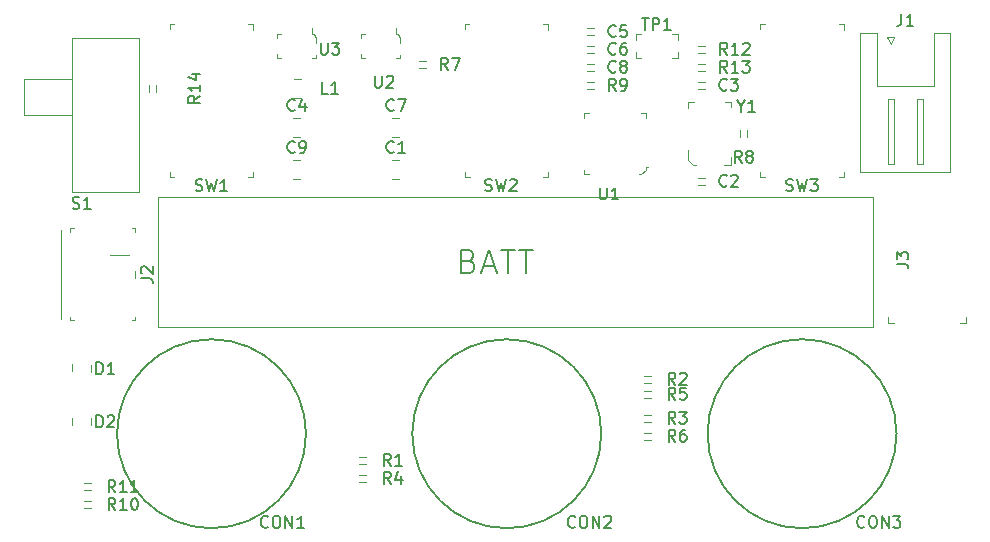
<source format=gbr>
%TF.GenerationSoftware,KiCad,Pcbnew,(5.1.9-0-10_14)*%
%TF.CreationDate,2021-02-15T23:58:24+01:00*%
%TF.ProjectId,ledTruck,6c656454-7275-4636-9b2e-6b696361645f,rev?*%
%TF.SameCoordinates,Original*%
%TF.FileFunction,Legend,Top*%
%TF.FilePolarity,Positive*%
%FSLAX46Y46*%
G04 Gerber Fmt 4.6, Leading zero omitted, Abs format (unit mm)*
G04 Created by KiCad (PCBNEW (5.1.9-0-10_14)) date 2021-02-15 23:58:24*
%MOMM*%
%LPD*%
G01*
G04 APERTURE LIST*
%ADD10C,0.150000*%
%ADD11C,0.120000*%
%ADD12C,0.100000*%
G04 APERTURE END LIST*
D10*
X141795904Y-94869142D02*
X142081619Y-94964380D01*
X142176857Y-95059619D01*
X142272095Y-95250095D01*
X142272095Y-95535809D01*
X142176857Y-95726285D01*
X142081619Y-95821523D01*
X141891142Y-95916761D01*
X141129238Y-95916761D01*
X141129238Y-93916761D01*
X141795904Y-93916761D01*
X141986380Y-94012000D01*
X142081619Y-94107238D01*
X142176857Y-94297714D01*
X142176857Y-94488190D01*
X142081619Y-94678666D01*
X141986380Y-94773904D01*
X141795904Y-94869142D01*
X141129238Y-94869142D01*
X143034000Y-95345333D02*
X143986380Y-95345333D01*
X142843523Y-95916761D02*
X143510190Y-93916761D01*
X144176857Y-95916761D01*
X144557809Y-93916761D02*
X145700666Y-93916761D01*
X145129238Y-95916761D02*
X145129238Y-93916761D01*
X146081619Y-93916761D02*
X147224476Y-93916761D01*
X146653047Y-95916761D02*
X146653047Y-93916761D01*
D11*
X176034000Y-89512000D02*
X115534000Y-89512000D01*
X176034000Y-100512000D02*
X176034000Y-89512000D01*
X115534000Y-100512000D02*
X176034000Y-100512000D01*
X115534000Y-89512000D02*
X115534000Y-100512000D01*
%TO.C,J2*%
X107324000Y-99762000D02*
X107324000Y-92262000D01*
D12*
X113574000Y-99912000D02*
X113274000Y-99912000D01*
X113574000Y-99912000D02*
X113574000Y-99612000D01*
X113574000Y-92112000D02*
X113274000Y-92112000D01*
X113574000Y-92112000D02*
X113574000Y-92412000D01*
X108074000Y-92112000D02*
X108074000Y-92412000D01*
X108074000Y-92112000D02*
X108374000Y-92112000D01*
X108074000Y-99912000D02*
X108074000Y-99612000D01*
X108074000Y-99912000D02*
X108374000Y-99912000D01*
X113574000Y-96012000D02*
X113574000Y-95712000D01*
X113574000Y-96012000D02*
X113574000Y-96312000D01*
X113074000Y-94412000D02*
X111474000Y-94412000D01*
D11*
%TO.C,C9*%
X126954000Y-86322000D02*
X127554000Y-86322000D01*
X126934000Y-87922000D02*
X127534000Y-87922000D01*
%TO.C,C7*%
X135336000Y-82766000D02*
X135936000Y-82766000D01*
X135316000Y-84366000D02*
X135916000Y-84366000D01*
%TO.C,C4*%
X126954000Y-82766000D02*
X127554000Y-82766000D01*
X126934000Y-84366000D02*
X127534000Y-84366000D01*
%TO.C,C1*%
X135336000Y-86322000D02*
X135936000Y-86322000D01*
X135316000Y-87922000D02*
X135916000Y-87922000D01*
D12*
%TO.C,Y1*%
X160397000Y-81394000D02*
X160872000Y-81394000D01*
X160397000Y-81944000D02*
X160397000Y-81394000D01*
X163997000Y-81394000D02*
X163997000Y-81869000D01*
X163472000Y-81394000D02*
X163997000Y-81394000D01*
X163997000Y-86769000D02*
X163447000Y-86769000D01*
X163997000Y-86044000D02*
X163997000Y-86769000D01*
X160397000Y-86369000D02*
X160397000Y-85494000D01*
X160797000Y-86794000D02*
X160397000Y-86369000D01*
X161022000Y-86794000D02*
X160797000Y-86794000D01*
%TO.C,U2*%
X136016000Y-76033000D02*
X136016000Y-76408000D01*
X135691000Y-75708000D02*
X135691000Y-75183000D01*
X135791000Y-75708000D02*
X135691000Y-75708000D01*
X136016000Y-76033000D02*
X135791000Y-75708000D01*
X132716000Y-77708000D02*
X132716000Y-77383000D01*
X133016000Y-77708000D02*
X132716000Y-77708000D01*
X132716000Y-75708000D02*
X132716000Y-76008000D01*
X133041000Y-75708000D02*
X132716000Y-75708000D01*
X136016000Y-77708000D02*
X136016000Y-77408000D01*
X135691000Y-77708000D02*
X136016000Y-77708000D01*
%TO.C,TP1*%
X159534000Y-75708000D02*
X159034000Y-75708000D01*
X159534000Y-75708000D02*
X159534000Y-76208000D01*
X159534000Y-77708000D02*
X159534000Y-77208000D01*
X159534000Y-77708000D02*
X159034000Y-77708000D01*
X155934000Y-77708000D02*
X156434000Y-77708000D01*
X155934000Y-77708000D02*
X155934000Y-77208000D01*
X155934000Y-75708000D02*
X155934000Y-76208000D01*
X155934000Y-75708000D02*
X156434000Y-75708000D01*
%TO.C,SW3*%
X166509000Y-74862000D02*
X166859000Y-74862000D01*
X166509000Y-75237000D02*
X166509000Y-74862000D01*
X166509000Y-87762000D02*
X166509000Y-87362000D01*
X166509000Y-87762000D02*
X166884000Y-87762000D01*
X173559000Y-87762000D02*
X173134000Y-87762000D01*
X173559000Y-87762000D02*
X173559000Y-87312000D01*
X173559000Y-74887000D02*
X173559000Y-75337000D01*
X173559000Y-74862000D02*
X173134000Y-74862000D01*
%TO.C,SW2*%
X141509000Y-74862000D02*
X141859000Y-74862000D01*
X141509000Y-75237000D02*
X141509000Y-74862000D01*
X141509000Y-87762000D02*
X141509000Y-87362000D01*
X141509000Y-87762000D02*
X141884000Y-87762000D01*
X148559000Y-87762000D02*
X148134000Y-87762000D01*
X148559000Y-87762000D02*
X148559000Y-87312000D01*
X148559000Y-74887000D02*
X148559000Y-75337000D01*
X148559000Y-74862000D02*
X148134000Y-74862000D01*
%TO.C,SW1*%
X116509000Y-74862000D02*
X116859000Y-74862000D01*
X116509000Y-75237000D02*
X116509000Y-74862000D01*
X116509000Y-87762000D02*
X116509000Y-87362000D01*
X116509000Y-87762000D02*
X116884000Y-87762000D01*
X123559000Y-87762000D02*
X123134000Y-87762000D01*
X123559000Y-87762000D02*
X123559000Y-87312000D01*
X123559000Y-74887000D02*
X123559000Y-75337000D01*
X123559000Y-74862000D02*
X123134000Y-74862000D01*
D11*
%TO.C,R13*%
X161244000Y-78186000D02*
X161844000Y-78186000D01*
X161244000Y-78786000D02*
X161844000Y-78786000D01*
%TO.C,R12*%
X161244000Y-76662000D02*
X161844000Y-76662000D01*
X161244000Y-77262000D02*
X161844000Y-77262000D01*
%TO.C,R11*%
X109234000Y-113712000D02*
X109834000Y-113712000D01*
X109234000Y-114312000D02*
X109834000Y-114312000D01*
%TO.C,R10*%
X109234000Y-115212000D02*
X109834000Y-115212000D01*
X109234000Y-115812000D02*
X109834000Y-115812000D01*
%TO.C,R9*%
X151846000Y-79710000D02*
X152446000Y-79710000D01*
X151846000Y-80310000D02*
X152446000Y-80310000D01*
%TO.C,R8*%
X164800000Y-84374000D02*
X164800000Y-83774000D01*
X165400000Y-84374000D02*
X165400000Y-83774000D01*
%TO.C,R7*%
X137622000Y-77932000D02*
X138222000Y-77932000D01*
X137622000Y-78532000D02*
X138222000Y-78532000D01*
%TO.C,R6*%
X157272000Y-110028000D02*
X156672000Y-110028000D01*
X157272000Y-109428000D02*
X156672000Y-109428000D01*
%TO.C,R5*%
X156672000Y-105872000D02*
X157272000Y-105872000D01*
X156672000Y-106472000D02*
X157272000Y-106472000D01*
%TO.C,R4*%
X132542000Y-112984000D02*
X133142000Y-112984000D01*
X132542000Y-113584000D02*
X133142000Y-113584000D01*
%TO.C,R3*%
X157272000Y-108504000D02*
X156672000Y-108504000D01*
X157272000Y-107904000D02*
X156672000Y-107904000D01*
%TO.C,R2*%
X157272000Y-105202000D02*
X156672000Y-105202000D01*
X157272000Y-104602000D02*
X156672000Y-104602000D01*
%TO.C,R1*%
X132528000Y-111460000D02*
X133128000Y-111460000D01*
X132528000Y-112060000D02*
X133128000Y-112060000D01*
%TO.C,L1*%
X127588000Y-81064000D02*
X126988000Y-81064000D01*
X127608000Y-79464000D02*
X127008000Y-79464000D01*
D12*
%TO.C,J3*%
X183894000Y-100106000D02*
X183894000Y-99606000D01*
X183894000Y-100106000D02*
X183394000Y-100106000D01*
X177294000Y-100106000D02*
X177294000Y-99606000D01*
X177294000Y-100106000D02*
X177794000Y-100106000D01*
D11*
%TO.C,J1*%
X177834000Y-75912000D02*
X177534000Y-76512000D01*
X177234000Y-75912000D02*
X177834000Y-75912000D01*
X177534000Y-76512000D02*
X177234000Y-75912000D01*
X180284000Y-81212000D02*
X179784000Y-81212000D01*
X180284000Y-86712000D02*
X180284000Y-81212000D01*
X179784000Y-86712000D02*
X180284000Y-86712000D01*
X179784000Y-81212000D02*
X179784000Y-86712000D01*
X177784000Y-81212000D02*
X177284000Y-81212000D01*
X177784000Y-86712000D02*
X177784000Y-81212000D01*
X177284000Y-86712000D02*
X177784000Y-86712000D01*
X177284000Y-81212000D02*
X177284000Y-86712000D01*
X181174000Y-80102000D02*
X178784000Y-80102000D01*
X181174000Y-75602000D02*
X181174000Y-80102000D01*
X182594000Y-75602000D02*
X181174000Y-75602000D01*
X182594000Y-87322000D02*
X182594000Y-75602000D01*
X178784000Y-87322000D02*
X182594000Y-87322000D01*
X176394000Y-80102000D02*
X178784000Y-80102000D01*
X176394000Y-75602000D02*
X176394000Y-80102000D01*
X174974000Y-75602000D02*
X176394000Y-75602000D01*
X174974000Y-87322000D02*
X174974000Y-75602000D01*
X178784000Y-87322000D02*
X174974000Y-87322000D01*
%TO.C,D2*%
X109834000Y-108212000D02*
X109834000Y-108812000D01*
X108234000Y-108192000D02*
X108234000Y-108792000D01*
%TO.C,D1*%
X109834000Y-103662000D02*
X109834000Y-104262000D01*
X108234000Y-103642000D02*
X108234000Y-104242000D01*
%TO.C,C8*%
X152446000Y-78786000D02*
X151846000Y-78786000D01*
X152446000Y-78186000D02*
X151846000Y-78186000D01*
%TO.C,C6*%
X152446000Y-77262000D02*
X151846000Y-77262000D01*
X152446000Y-76662000D02*
X151846000Y-76662000D01*
%TO.C,C5*%
X152446000Y-75764000D02*
X151846000Y-75764000D01*
X152446000Y-75164000D02*
X151846000Y-75164000D01*
%TO.C,C3*%
X161244000Y-79710000D02*
X161844000Y-79710000D01*
X161244000Y-80310000D02*
X161844000Y-80310000D01*
%TO.C,C2*%
X161244000Y-87838000D02*
X161844000Y-87838000D01*
X161244000Y-88438000D02*
X161844000Y-88438000D01*
D10*
%TO.C,CON1*%
X128034000Y-109512000D02*
G75*
G03*
X128034000Y-109512000I-8000000J0D01*
G01*
%TO.C,CON2*%
X153034000Y-109512000D02*
G75*
G03*
X153034000Y-109512000I-8000000J0D01*
G01*
%TO.C,CON3*%
X178034000Y-109512000D02*
G75*
G03*
X178034000Y-109512000I-8000000J0D01*
G01*
D12*
%TO.C,U1*%
X156190000Y-87562000D02*
X156390000Y-87562000D01*
X156390000Y-87562000D02*
X156790000Y-87162000D01*
X156790000Y-87162000D02*
X156790000Y-86962000D01*
X156790000Y-86962000D02*
X156990000Y-86962000D01*
X156390000Y-82362000D02*
X156790000Y-82362000D01*
X156790000Y-82362000D02*
X156790000Y-82762000D01*
X151590000Y-87562000D02*
X151990000Y-87562000D01*
X151590000Y-87562000D02*
X151590000Y-87162000D01*
X151590000Y-82762000D02*
X151590000Y-82362000D01*
X151590000Y-82362000D02*
X151990000Y-82362000D01*
D11*
%TO.C,S1*%
X113884000Y-76012000D02*
X108184000Y-76012000D01*
X108184000Y-76012000D02*
X108184000Y-89012000D01*
X113884000Y-89012000D02*
X108184000Y-89012000D01*
X113884000Y-89012000D02*
X113884000Y-76012000D01*
X108184000Y-79512000D02*
X104184000Y-79512000D01*
X104184000Y-79512000D02*
X104184000Y-82512000D01*
X108184000Y-82512000D02*
X104184000Y-82512000D01*
%TO.C,R14*%
X114762000Y-79964000D02*
X114762000Y-80564000D01*
X115362000Y-79964000D02*
X115362000Y-80564000D01*
D12*
%TO.C,U3*%
X128579000Y-77708000D02*
X128904000Y-77708000D01*
X128904000Y-77708000D02*
X128904000Y-77408000D01*
X125929000Y-75708000D02*
X125604000Y-75708000D01*
X125604000Y-75708000D02*
X125604000Y-76008000D01*
X125904000Y-77708000D02*
X125604000Y-77708000D01*
X125604000Y-77708000D02*
X125604000Y-77383000D01*
X128904000Y-76033000D02*
X128679000Y-75708000D01*
X128679000Y-75708000D02*
X128579000Y-75708000D01*
X128579000Y-75708000D02*
X128579000Y-75183000D01*
X128904000Y-76033000D02*
X128904000Y-76408000D01*
%TO.C,J2*%
D10*
X114056380Y-96345333D02*
X114770666Y-96345333D01*
X114913523Y-96392952D01*
X115008761Y-96488190D01*
X115056380Y-96631047D01*
X115056380Y-96726285D01*
X114151619Y-95916761D02*
X114104000Y-95869142D01*
X114056380Y-95773904D01*
X114056380Y-95535809D01*
X114104000Y-95440571D01*
X114151619Y-95392952D01*
X114246857Y-95345333D01*
X114342095Y-95345333D01*
X114484952Y-95392952D01*
X115056380Y-95964380D01*
X115056380Y-95345333D01*
%TO.C,C9*%
X127087333Y-85639142D02*
X127039714Y-85686761D01*
X126896857Y-85734380D01*
X126801619Y-85734380D01*
X126658761Y-85686761D01*
X126563523Y-85591523D01*
X126515904Y-85496285D01*
X126468285Y-85305809D01*
X126468285Y-85162952D01*
X126515904Y-84972476D01*
X126563523Y-84877238D01*
X126658761Y-84782000D01*
X126801619Y-84734380D01*
X126896857Y-84734380D01*
X127039714Y-84782000D01*
X127087333Y-84829619D01*
X127563523Y-85734380D02*
X127754000Y-85734380D01*
X127849238Y-85686761D01*
X127896857Y-85639142D01*
X127992095Y-85496285D01*
X128039714Y-85305809D01*
X128039714Y-84924857D01*
X127992095Y-84829619D01*
X127944476Y-84782000D01*
X127849238Y-84734380D01*
X127658761Y-84734380D01*
X127563523Y-84782000D01*
X127515904Y-84829619D01*
X127468285Y-84924857D01*
X127468285Y-85162952D01*
X127515904Y-85258190D01*
X127563523Y-85305809D01*
X127658761Y-85353428D01*
X127849238Y-85353428D01*
X127944476Y-85305809D01*
X127992095Y-85258190D01*
X128039714Y-85162952D01*
%TO.C,C7*%
X135469333Y-82083142D02*
X135421714Y-82130761D01*
X135278857Y-82178380D01*
X135183619Y-82178380D01*
X135040761Y-82130761D01*
X134945523Y-82035523D01*
X134897904Y-81940285D01*
X134850285Y-81749809D01*
X134850285Y-81606952D01*
X134897904Y-81416476D01*
X134945523Y-81321238D01*
X135040761Y-81226000D01*
X135183619Y-81178380D01*
X135278857Y-81178380D01*
X135421714Y-81226000D01*
X135469333Y-81273619D01*
X135802666Y-81178380D02*
X136469333Y-81178380D01*
X136040761Y-82178380D01*
%TO.C,C4*%
X127087333Y-82083142D02*
X127039714Y-82130761D01*
X126896857Y-82178380D01*
X126801619Y-82178380D01*
X126658761Y-82130761D01*
X126563523Y-82035523D01*
X126515904Y-81940285D01*
X126468285Y-81749809D01*
X126468285Y-81606952D01*
X126515904Y-81416476D01*
X126563523Y-81321238D01*
X126658761Y-81226000D01*
X126801619Y-81178380D01*
X126896857Y-81178380D01*
X127039714Y-81226000D01*
X127087333Y-81273619D01*
X127944476Y-81511714D02*
X127944476Y-82178380D01*
X127706380Y-81130761D02*
X127468285Y-81845047D01*
X128087333Y-81845047D01*
%TO.C,C1*%
X135469333Y-85639142D02*
X135421714Y-85686761D01*
X135278857Y-85734380D01*
X135183619Y-85734380D01*
X135040761Y-85686761D01*
X134945523Y-85591523D01*
X134897904Y-85496285D01*
X134850285Y-85305809D01*
X134850285Y-85162952D01*
X134897904Y-84972476D01*
X134945523Y-84877238D01*
X135040761Y-84782000D01*
X135183619Y-84734380D01*
X135278857Y-84734380D01*
X135421714Y-84782000D01*
X135469333Y-84829619D01*
X136421714Y-85734380D02*
X135850285Y-85734380D01*
X136136000Y-85734380D02*
X136136000Y-84734380D01*
X136040761Y-84877238D01*
X135945523Y-84972476D01*
X135850285Y-85020095D01*
%TO.C,Y1*%
X164877809Y-81764190D02*
X164877809Y-82240380D01*
X164544476Y-81240380D02*
X164877809Y-81764190D01*
X165211142Y-81240380D01*
X166068285Y-82240380D02*
X165496857Y-82240380D01*
X165782571Y-82240380D02*
X165782571Y-81240380D01*
X165687333Y-81383238D01*
X165592095Y-81478476D01*
X165496857Y-81526095D01*
%TO.C,U2*%
X133858095Y-79208380D02*
X133858095Y-80017904D01*
X133905714Y-80113142D01*
X133953333Y-80160761D01*
X134048571Y-80208380D01*
X134239047Y-80208380D01*
X134334285Y-80160761D01*
X134381904Y-80113142D01*
X134429523Y-80017904D01*
X134429523Y-79208380D01*
X134858095Y-79303619D02*
X134905714Y-79256000D01*
X135000952Y-79208380D01*
X135239047Y-79208380D01*
X135334285Y-79256000D01*
X135381904Y-79303619D01*
X135429523Y-79398857D01*
X135429523Y-79494095D01*
X135381904Y-79636952D01*
X134810476Y-80208380D01*
X135429523Y-80208380D01*
%TO.C,TP1*%
X156472095Y-74310380D02*
X157043523Y-74310380D01*
X156757809Y-75310380D02*
X156757809Y-74310380D01*
X157376857Y-75310380D02*
X157376857Y-74310380D01*
X157757809Y-74310380D01*
X157853047Y-74358000D01*
X157900666Y-74405619D01*
X157948285Y-74500857D01*
X157948285Y-74643714D01*
X157900666Y-74738952D01*
X157853047Y-74786571D01*
X157757809Y-74834190D01*
X157376857Y-74834190D01*
X158900666Y-75310380D02*
X158329238Y-75310380D01*
X158614952Y-75310380D02*
X158614952Y-74310380D01*
X158519714Y-74453238D01*
X158424476Y-74548476D01*
X158329238Y-74596095D01*
%TO.C,SW3*%
X168700666Y-88916761D02*
X168843523Y-88964380D01*
X169081619Y-88964380D01*
X169176857Y-88916761D01*
X169224476Y-88869142D01*
X169272095Y-88773904D01*
X169272095Y-88678666D01*
X169224476Y-88583428D01*
X169176857Y-88535809D01*
X169081619Y-88488190D01*
X168891142Y-88440571D01*
X168795904Y-88392952D01*
X168748285Y-88345333D01*
X168700666Y-88250095D01*
X168700666Y-88154857D01*
X168748285Y-88059619D01*
X168795904Y-88012000D01*
X168891142Y-87964380D01*
X169129238Y-87964380D01*
X169272095Y-88012000D01*
X169605428Y-87964380D02*
X169843523Y-88964380D01*
X170034000Y-88250095D01*
X170224476Y-88964380D01*
X170462571Y-87964380D01*
X170748285Y-87964380D02*
X171367333Y-87964380D01*
X171034000Y-88345333D01*
X171176857Y-88345333D01*
X171272095Y-88392952D01*
X171319714Y-88440571D01*
X171367333Y-88535809D01*
X171367333Y-88773904D01*
X171319714Y-88869142D01*
X171272095Y-88916761D01*
X171176857Y-88964380D01*
X170891142Y-88964380D01*
X170795904Y-88916761D01*
X170748285Y-88869142D01*
%TO.C,SW2*%
X143200666Y-88916761D02*
X143343523Y-88964380D01*
X143581619Y-88964380D01*
X143676857Y-88916761D01*
X143724476Y-88869142D01*
X143772095Y-88773904D01*
X143772095Y-88678666D01*
X143724476Y-88583428D01*
X143676857Y-88535809D01*
X143581619Y-88488190D01*
X143391142Y-88440571D01*
X143295904Y-88392952D01*
X143248285Y-88345333D01*
X143200666Y-88250095D01*
X143200666Y-88154857D01*
X143248285Y-88059619D01*
X143295904Y-88012000D01*
X143391142Y-87964380D01*
X143629238Y-87964380D01*
X143772095Y-88012000D01*
X144105428Y-87964380D02*
X144343523Y-88964380D01*
X144534000Y-88250095D01*
X144724476Y-88964380D01*
X144962571Y-87964380D01*
X145295904Y-88059619D02*
X145343523Y-88012000D01*
X145438761Y-87964380D01*
X145676857Y-87964380D01*
X145772095Y-88012000D01*
X145819714Y-88059619D01*
X145867333Y-88154857D01*
X145867333Y-88250095D01*
X145819714Y-88392952D01*
X145248285Y-88964380D01*
X145867333Y-88964380D01*
%TO.C,SW1*%
X118700666Y-88916761D02*
X118843523Y-88964380D01*
X119081619Y-88964380D01*
X119176857Y-88916761D01*
X119224476Y-88869142D01*
X119272095Y-88773904D01*
X119272095Y-88678666D01*
X119224476Y-88583428D01*
X119176857Y-88535809D01*
X119081619Y-88488190D01*
X118891142Y-88440571D01*
X118795904Y-88392952D01*
X118748285Y-88345333D01*
X118700666Y-88250095D01*
X118700666Y-88154857D01*
X118748285Y-88059619D01*
X118795904Y-88012000D01*
X118891142Y-87964380D01*
X119129238Y-87964380D01*
X119272095Y-88012000D01*
X119605428Y-87964380D02*
X119843523Y-88964380D01*
X120034000Y-88250095D01*
X120224476Y-88964380D01*
X120462571Y-87964380D01*
X121367333Y-88964380D02*
X120795904Y-88964380D01*
X121081619Y-88964380D02*
X121081619Y-87964380D01*
X120986380Y-88107238D01*
X120891142Y-88202476D01*
X120795904Y-88250095D01*
%TO.C,R13*%
X163695142Y-78938380D02*
X163361809Y-78462190D01*
X163123714Y-78938380D02*
X163123714Y-77938380D01*
X163504666Y-77938380D01*
X163599904Y-77986000D01*
X163647523Y-78033619D01*
X163695142Y-78128857D01*
X163695142Y-78271714D01*
X163647523Y-78366952D01*
X163599904Y-78414571D01*
X163504666Y-78462190D01*
X163123714Y-78462190D01*
X164647523Y-78938380D02*
X164076095Y-78938380D01*
X164361809Y-78938380D02*
X164361809Y-77938380D01*
X164266571Y-78081238D01*
X164171333Y-78176476D01*
X164076095Y-78224095D01*
X164980857Y-77938380D02*
X165599904Y-77938380D01*
X165266571Y-78319333D01*
X165409428Y-78319333D01*
X165504666Y-78366952D01*
X165552285Y-78414571D01*
X165599904Y-78509809D01*
X165599904Y-78747904D01*
X165552285Y-78843142D01*
X165504666Y-78890761D01*
X165409428Y-78938380D01*
X165123714Y-78938380D01*
X165028476Y-78890761D01*
X164980857Y-78843142D01*
%TO.C,R12*%
X163701142Y-77414380D02*
X163367809Y-76938190D01*
X163129714Y-77414380D02*
X163129714Y-76414380D01*
X163510666Y-76414380D01*
X163605904Y-76462000D01*
X163653523Y-76509619D01*
X163701142Y-76604857D01*
X163701142Y-76747714D01*
X163653523Y-76842952D01*
X163605904Y-76890571D01*
X163510666Y-76938190D01*
X163129714Y-76938190D01*
X164653523Y-77414380D02*
X164082095Y-77414380D01*
X164367809Y-77414380D02*
X164367809Y-76414380D01*
X164272571Y-76557238D01*
X164177333Y-76652476D01*
X164082095Y-76700095D01*
X165034476Y-76509619D02*
X165082095Y-76462000D01*
X165177333Y-76414380D01*
X165415428Y-76414380D01*
X165510666Y-76462000D01*
X165558285Y-76509619D01*
X165605904Y-76604857D01*
X165605904Y-76700095D01*
X165558285Y-76842952D01*
X164986857Y-77414380D01*
X165605904Y-77414380D01*
%TO.C,R11*%
X111891142Y-114464380D02*
X111557809Y-113988190D01*
X111319714Y-114464380D02*
X111319714Y-113464380D01*
X111700666Y-113464380D01*
X111795904Y-113512000D01*
X111843523Y-113559619D01*
X111891142Y-113654857D01*
X111891142Y-113797714D01*
X111843523Y-113892952D01*
X111795904Y-113940571D01*
X111700666Y-113988190D01*
X111319714Y-113988190D01*
X112843523Y-114464380D02*
X112272095Y-114464380D01*
X112557809Y-114464380D02*
X112557809Y-113464380D01*
X112462571Y-113607238D01*
X112367333Y-113702476D01*
X112272095Y-113750095D01*
X113795904Y-114464380D02*
X113224476Y-114464380D01*
X113510190Y-114464380D02*
X113510190Y-113464380D01*
X113414952Y-113607238D01*
X113319714Y-113702476D01*
X113224476Y-113750095D01*
%TO.C,R10*%
X111891142Y-115964380D02*
X111557809Y-115488190D01*
X111319714Y-115964380D02*
X111319714Y-114964380D01*
X111700666Y-114964380D01*
X111795904Y-115012000D01*
X111843523Y-115059619D01*
X111891142Y-115154857D01*
X111891142Y-115297714D01*
X111843523Y-115392952D01*
X111795904Y-115440571D01*
X111700666Y-115488190D01*
X111319714Y-115488190D01*
X112843523Y-115964380D02*
X112272095Y-115964380D01*
X112557809Y-115964380D02*
X112557809Y-114964380D01*
X112462571Y-115107238D01*
X112367333Y-115202476D01*
X112272095Y-115250095D01*
X113462571Y-114964380D02*
X113557809Y-114964380D01*
X113653047Y-115012000D01*
X113700666Y-115059619D01*
X113748285Y-115154857D01*
X113795904Y-115345333D01*
X113795904Y-115583428D01*
X113748285Y-115773904D01*
X113700666Y-115869142D01*
X113653047Y-115916761D01*
X113557809Y-115964380D01*
X113462571Y-115964380D01*
X113367333Y-115916761D01*
X113319714Y-115869142D01*
X113272095Y-115773904D01*
X113224476Y-115583428D01*
X113224476Y-115345333D01*
X113272095Y-115154857D01*
X113319714Y-115059619D01*
X113367333Y-115012000D01*
X113462571Y-114964380D01*
%TO.C,R9*%
X154265333Y-80462380D02*
X153932000Y-79986190D01*
X153693904Y-80462380D02*
X153693904Y-79462380D01*
X154074857Y-79462380D01*
X154170095Y-79510000D01*
X154217714Y-79557619D01*
X154265333Y-79652857D01*
X154265333Y-79795714D01*
X154217714Y-79890952D01*
X154170095Y-79938571D01*
X154074857Y-79986190D01*
X153693904Y-79986190D01*
X154741523Y-80462380D02*
X154932000Y-80462380D01*
X155027238Y-80414761D01*
X155074857Y-80367142D01*
X155170095Y-80224285D01*
X155217714Y-80033809D01*
X155217714Y-79652857D01*
X155170095Y-79557619D01*
X155122476Y-79510000D01*
X155027238Y-79462380D01*
X154836761Y-79462380D01*
X154741523Y-79510000D01*
X154693904Y-79557619D01*
X154646285Y-79652857D01*
X154646285Y-79890952D01*
X154693904Y-79986190D01*
X154741523Y-80033809D01*
X154836761Y-80081428D01*
X155027238Y-80081428D01*
X155122476Y-80033809D01*
X155170095Y-79986190D01*
X155217714Y-79890952D01*
%TO.C,R8*%
X164933333Y-86558380D02*
X164600000Y-86082190D01*
X164361904Y-86558380D02*
X164361904Y-85558380D01*
X164742857Y-85558380D01*
X164838095Y-85606000D01*
X164885714Y-85653619D01*
X164933333Y-85748857D01*
X164933333Y-85891714D01*
X164885714Y-85986952D01*
X164838095Y-86034571D01*
X164742857Y-86082190D01*
X164361904Y-86082190D01*
X165504761Y-85986952D02*
X165409523Y-85939333D01*
X165361904Y-85891714D01*
X165314285Y-85796476D01*
X165314285Y-85748857D01*
X165361904Y-85653619D01*
X165409523Y-85606000D01*
X165504761Y-85558380D01*
X165695238Y-85558380D01*
X165790476Y-85606000D01*
X165838095Y-85653619D01*
X165885714Y-85748857D01*
X165885714Y-85796476D01*
X165838095Y-85891714D01*
X165790476Y-85939333D01*
X165695238Y-85986952D01*
X165504761Y-85986952D01*
X165409523Y-86034571D01*
X165361904Y-86082190D01*
X165314285Y-86177428D01*
X165314285Y-86367904D01*
X165361904Y-86463142D01*
X165409523Y-86510761D01*
X165504761Y-86558380D01*
X165695238Y-86558380D01*
X165790476Y-86510761D01*
X165838095Y-86463142D01*
X165885714Y-86367904D01*
X165885714Y-86177428D01*
X165838095Y-86082190D01*
X165790476Y-86034571D01*
X165695238Y-85986952D01*
%TO.C,R7*%
X140041333Y-78684380D02*
X139708000Y-78208190D01*
X139469904Y-78684380D02*
X139469904Y-77684380D01*
X139850857Y-77684380D01*
X139946095Y-77732000D01*
X139993714Y-77779619D01*
X140041333Y-77874857D01*
X140041333Y-78017714D01*
X139993714Y-78112952D01*
X139946095Y-78160571D01*
X139850857Y-78208190D01*
X139469904Y-78208190D01*
X140374666Y-77684380D02*
X141041333Y-77684380D01*
X140612761Y-78684380D01*
%TO.C,R6*%
X159305333Y-110180380D02*
X158972000Y-109704190D01*
X158733904Y-110180380D02*
X158733904Y-109180380D01*
X159114857Y-109180380D01*
X159210095Y-109228000D01*
X159257714Y-109275619D01*
X159305333Y-109370857D01*
X159305333Y-109513714D01*
X159257714Y-109608952D01*
X159210095Y-109656571D01*
X159114857Y-109704190D01*
X158733904Y-109704190D01*
X160162476Y-109180380D02*
X159972000Y-109180380D01*
X159876761Y-109228000D01*
X159829142Y-109275619D01*
X159733904Y-109418476D01*
X159686285Y-109608952D01*
X159686285Y-109989904D01*
X159733904Y-110085142D01*
X159781523Y-110132761D01*
X159876761Y-110180380D01*
X160067238Y-110180380D01*
X160162476Y-110132761D01*
X160210095Y-110085142D01*
X160257714Y-109989904D01*
X160257714Y-109751809D01*
X160210095Y-109656571D01*
X160162476Y-109608952D01*
X160067238Y-109561333D01*
X159876761Y-109561333D01*
X159781523Y-109608952D01*
X159733904Y-109656571D01*
X159686285Y-109751809D01*
%TO.C,R5*%
X159305333Y-106624380D02*
X158972000Y-106148190D01*
X158733904Y-106624380D02*
X158733904Y-105624380D01*
X159114857Y-105624380D01*
X159210095Y-105672000D01*
X159257714Y-105719619D01*
X159305333Y-105814857D01*
X159305333Y-105957714D01*
X159257714Y-106052952D01*
X159210095Y-106100571D01*
X159114857Y-106148190D01*
X158733904Y-106148190D01*
X160210095Y-105624380D02*
X159733904Y-105624380D01*
X159686285Y-106100571D01*
X159733904Y-106052952D01*
X159829142Y-106005333D01*
X160067238Y-106005333D01*
X160162476Y-106052952D01*
X160210095Y-106100571D01*
X160257714Y-106195809D01*
X160257714Y-106433904D01*
X160210095Y-106529142D01*
X160162476Y-106576761D01*
X160067238Y-106624380D01*
X159829142Y-106624380D01*
X159733904Y-106576761D01*
X159686285Y-106529142D01*
%TO.C,R4*%
X135215333Y-113736380D02*
X134882000Y-113260190D01*
X134643904Y-113736380D02*
X134643904Y-112736380D01*
X135024857Y-112736380D01*
X135120095Y-112784000D01*
X135167714Y-112831619D01*
X135215333Y-112926857D01*
X135215333Y-113069714D01*
X135167714Y-113164952D01*
X135120095Y-113212571D01*
X135024857Y-113260190D01*
X134643904Y-113260190D01*
X136072476Y-113069714D02*
X136072476Y-113736380D01*
X135834380Y-112688761D02*
X135596285Y-113403047D01*
X136215333Y-113403047D01*
%TO.C,R3*%
X159305333Y-108656380D02*
X158972000Y-108180190D01*
X158733904Y-108656380D02*
X158733904Y-107656380D01*
X159114857Y-107656380D01*
X159210095Y-107704000D01*
X159257714Y-107751619D01*
X159305333Y-107846857D01*
X159305333Y-107989714D01*
X159257714Y-108084952D01*
X159210095Y-108132571D01*
X159114857Y-108180190D01*
X158733904Y-108180190D01*
X159638666Y-107656380D02*
X160257714Y-107656380D01*
X159924380Y-108037333D01*
X160067238Y-108037333D01*
X160162476Y-108084952D01*
X160210095Y-108132571D01*
X160257714Y-108227809D01*
X160257714Y-108465904D01*
X160210095Y-108561142D01*
X160162476Y-108608761D01*
X160067238Y-108656380D01*
X159781523Y-108656380D01*
X159686285Y-108608761D01*
X159638666Y-108561142D01*
%TO.C,R2*%
X159305333Y-105354380D02*
X158972000Y-104878190D01*
X158733904Y-105354380D02*
X158733904Y-104354380D01*
X159114857Y-104354380D01*
X159210095Y-104402000D01*
X159257714Y-104449619D01*
X159305333Y-104544857D01*
X159305333Y-104687714D01*
X159257714Y-104782952D01*
X159210095Y-104830571D01*
X159114857Y-104878190D01*
X158733904Y-104878190D01*
X159686285Y-104449619D02*
X159733904Y-104402000D01*
X159829142Y-104354380D01*
X160067238Y-104354380D01*
X160162476Y-104402000D01*
X160210095Y-104449619D01*
X160257714Y-104544857D01*
X160257714Y-104640095D01*
X160210095Y-104782952D01*
X159638666Y-105354380D01*
X160257714Y-105354380D01*
%TO.C,R1*%
X135215333Y-112212380D02*
X134882000Y-111736190D01*
X134643904Y-112212380D02*
X134643904Y-111212380D01*
X135024857Y-111212380D01*
X135120095Y-111260000D01*
X135167714Y-111307619D01*
X135215333Y-111402857D01*
X135215333Y-111545714D01*
X135167714Y-111640952D01*
X135120095Y-111688571D01*
X135024857Y-111736190D01*
X134643904Y-111736190D01*
X136167714Y-112212380D02*
X135596285Y-112212380D01*
X135882000Y-112212380D02*
X135882000Y-111212380D01*
X135786761Y-111355238D01*
X135691523Y-111450476D01*
X135596285Y-111498095D01*
%TO.C,L1*%
X129881333Y-80716380D02*
X129405142Y-80716380D01*
X129405142Y-79716380D01*
X130738476Y-80716380D02*
X130167047Y-80716380D01*
X130452761Y-80716380D02*
X130452761Y-79716380D01*
X130357523Y-79859238D01*
X130262285Y-79954476D01*
X130167047Y-80002095D01*
%TO.C,J3*%
X178046380Y-95139333D02*
X178760666Y-95139333D01*
X178903523Y-95186952D01*
X178998761Y-95282190D01*
X179046380Y-95425047D01*
X179046380Y-95520285D01*
X178046380Y-94758380D02*
X178046380Y-94139333D01*
X178427333Y-94472666D01*
X178427333Y-94329809D01*
X178474952Y-94234571D01*
X178522571Y-94186952D01*
X178617809Y-94139333D01*
X178855904Y-94139333D01*
X178951142Y-94186952D01*
X178998761Y-94234571D01*
X179046380Y-94329809D01*
X179046380Y-94615523D01*
X178998761Y-94710761D01*
X178951142Y-94758380D01*
%TO.C,J1*%
X178450666Y-73964380D02*
X178450666Y-74678666D01*
X178403047Y-74821523D01*
X178307809Y-74916761D01*
X178164952Y-74964380D01*
X178069714Y-74964380D01*
X179450666Y-74964380D02*
X178879238Y-74964380D01*
X179164952Y-74964380D02*
X179164952Y-73964380D01*
X179069714Y-74107238D01*
X178974476Y-74202476D01*
X178879238Y-74250095D01*
%TO.C,D2*%
X110295904Y-108964380D02*
X110295904Y-107964380D01*
X110534000Y-107964380D01*
X110676857Y-108012000D01*
X110772095Y-108107238D01*
X110819714Y-108202476D01*
X110867333Y-108392952D01*
X110867333Y-108535809D01*
X110819714Y-108726285D01*
X110772095Y-108821523D01*
X110676857Y-108916761D01*
X110534000Y-108964380D01*
X110295904Y-108964380D01*
X111248285Y-108059619D02*
X111295904Y-108012000D01*
X111391142Y-107964380D01*
X111629238Y-107964380D01*
X111724476Y-108012000D01*
X111772095Y-108059619D01*
X111819714Y-108154857D01*
X111819714Y-108250095D01*
X111772095Y-108392952D01*
X111200666Y-108964380D01*
X111819714Y-108964380D01*
%TO.C,D1*%
X110295904Y-104464380D02*
X110295904Y-103464380D01*
X110534000Y-103464380D01*
X110676857Y-103512000D01*
X110772095Y-103607238D01*
X110819714Y-103702476D01*
X110867333Y-103892952D01*
X110867333Y-104035809D01*
X110819714Y-104226285D01*
X110772095Y-104321523D01*
X110676857Y-104416761D01*
X110534000Y-104464380D01*
X110295904Y-104464380D01*
X111819714Y-104464380D02*
X111248285Y-104464380D01*
X111534000Y-104464380D02*
X111534000Y-103464380D01*
X111438761Y-103607238D01*
X111343523Y-103702476D01*
X111248285Y-103750095D01*
%TO.C,C8*%
X154265333Y-78843142D02*
X154217714Y-78890761D01*
X154074857Y-78938380D01*
X153979619Y-78938380D01*
X153836761Y-78890761D01*
X153741523Y-78795523D01*
X153693904Y-78700285D01*
X153646285Y-78509809D01*
X153646285Y-78366952D01*
X153693904Y-78176476D01*
X153741523Y-78081238D01*
X153836761Y-77986000D01*
X153979619Y-77938380D01*
X154074857Y-77938380D01*
X154217714Y-77986000D01*
X154265333Y-78033619D01*
X154836761Y-78366952D02*
X154741523Y-78319333D01*
X154693904Y-78271714D01*
X154646285Y-78176476D01*
X154646285Y-78128857D01*
X154693904Y-78033619D01*
X154741523Y-77986000D01*
X154836761Y-77938380D01*
X155027238Y-77938380D01*
X155122476Y-77986000D01*
X155170095Y-78033619D01*
X155217714Y-78128857D01*
X155217714Y-78176476D01*
X155170095Y-78271714D01*
X155122476Y-78319333D01*
X155027238Y-78366952D01*
X154836761Y-78366952D01*
X154741523Y-78414571D01*
X154693904Y-78462190D01*
X154646285Y-78557428D01*
X154646285Y-78747904D01*
X154693904Y-78843142D01*
X154741523Y-78890761D01*
X154836761Y-78938380D01*
X155027238Y-78938380D01*
X155122476Y-78890761D01*
X155170095Y-78843142D01*
X155217714Y-78747904D01*
X155217714Y-78557428D01*
X155170095Y-78462190D01*
X155122476Y-78414571D01*
X155027238Y-78366952D01*
%TO.C,C6*%
X154265333Y-77319142D02*
X154217714Y-77366761D01*
X154074857Y-77414380D01*
X153979619Y-77414380D01*
X153836761Y-77366761D01*
X153741523Y-77271523D01*
X153693904Y-77176285D01*
X153646285Y-76985809D01*
X153646285Y-76842952D01*
X153693904Y-76652476D01*
X153741523Y-76557238D01*
X153836761Y-76462000D01*
X153979619Y-76414380D01*
X154074857Y-76414380D01*
X154217714Y-76462000D01*
X154265333Y-76509619D01*
X155122476Y-76414380D02*
X154932000Y-76414380D01*
X154836761Y-76462000D01*
X154789142Y-76509619D01*
X154693904Y-76652476D01*
X154646285Y-76842952D01*
X154646285Y-77223904D01*
X154693904Y-77319142D01*
X154741523Y-77366761D01*
X154836761Y-77414380D01*
X155027238Y-77414380D01*
X155122476Y-77366761D01*
X155170095Y-77319142D01*
X155217714Y-77223904D01*
X155217714Y-76985809D01*
X155170095Y-76890571D01*
X155122476Y-76842952D01*
X155027238Y-76795333D01*
X154836761Y-76795333D01*
X154741523Y-76842952D01*
X154693904Y-76890571D01*
X154646285Y-76985809D01*
%TO.C,C5*%
X154265333Y-75821142D02*
X154217714Y-75868761D01*
X154074857Y-75916380D01*
X153979619Y-75916380D01*
X153836761Y-75868761D01*
X153741523Y-75773523D01*
X153693904Y-75678285D01*
X153646285Y-75487809D01*
X153646285Y-75344952D01*
X153693904Y-75154476D01*
X153741523Y-75059238D01*
X153836761Y-74964000D01*
X153979619Y-74916380D01*
X154074857Y-74916380D01*
X154217714Y-74964000D01*
X154265333Y-75011619D01*
X155170095Y-74916380D02*
X154693904Y-74916380D01*
X154646285Y-75392571D01*
X154693904Y-75344952D01*
X154789142Y-75297333D01*
X155027238Y-75297333D01*
X155122476Y-75344952D01*
X155170095Y-75392571D01*
X155217714Y-75487809D01*
X155217714Y-75725904D01*
X155170095Y-75821142D01*
X155122476Y-75868761D01*
X155027238Y-75916380D01*
X154789142Y-75916380D01*
X154693904Y-75868761D01*
X154646285Y-75821142D01*
%TO.C,C3*%
X163663333Y-80367142D02*
X163615714Y-80414761D01*
X163472857Y-80462380D01*
X163377619Y-80462380D01*
X163234761Y-80414761D01*
X163139523Y-80319523D01*
X163091904Y-80224285D01*
X163044285Y-80033809D01*
X163044285Y-79890952D01*
X163091904Y-79700476D01*
X163139523Y-79605238D01*
X163234761Y-79510000D01*
X163377619Y-79462380D01*
X163472857Y-79462380D01*
X163615714Y-79510000D01*
X163663333Y-79557619D01*
X163996666Y-79462380D02*
X164615714Y-79462380D01*
X164282380Y-79843333D01*
X164425238Y-79843333D01*
X164520476Y-79890952D01*
X164568095Y-79938571D01*
X164615714Y-80033809D01*
X164615714Y-80271904D01*
X164568095Y-80367142D01*
X164520476Y-80414761D01*
X164425238Y-80462380D01*
X164139523Y-80462380D01*
X164044285Y-80414761D01*
X163996666Y-80367142D01*
%TO.C,C2*%
X163663333Y-88495142D02*
X163615714Y-88542761D01*
X163472857Y-88590380D01*
X163377619Y-88590380D01*
X163234761Y-88542761D01*
X163139523Y-88447523D01*
X163091904Y-88352285D01*
X163044285Y-88161809D01*
X163044285Y-88018952D01*
X163091904Y-87828476D01*
X163139523Y-87733238D01*
X163234761Y-87638000D01*
X163377619Y-87590380D01*
X163472857Y-87590380D01*
X163615714Y-87638000D01*
X163663333Y-87685619D01*
X164044285Y-87685619D02*
X164091904Y-87638000D01*
X164187142Y-87590380D01*
X164425238Y-87590380D01*
X164520476Y-87638000D01*
X164568095Y-87685619D01*
X164615714Y-87780857D01*
X164615714Y-87876095D01*
X164568095Y-88018952D01*
X163996666Y-88590380D01*
X164615714Y-88590380D01*
%TO.C,CON1*%
X124819714Y-117369142D02*
X124772095Y-117416761D01*
X124629238Y-117464380D01*
X124534000Y-117464380D01*
X124391142Y-117416761D01*
X124295904Y-117321523D01*
X124248285Y-117226285D01*
X124200666Y-117035809D01*
X124200666Y-116892952D01*
X124248285Y-116702476D01*
X124295904Y-116607238D01*
X124391142Y-116512000D01*
X124534000Y-116464380D01*
X124629238Y-116464380D01*
X124772095Y-116512000D01*
X124819714Y-116559619D01*
X125438761Y-116464380D02*
X125629238Y-116464380D01*
X125724476Y-116512000D01*
X125819714Y-116607238D01*
X125867333Y-116797714D01*
X125867333Y-117131047D01*
X125819714Y-117321523D01*
X125724476Y-117416761D01*
X125629238Y-117464380D01*
X125438761Y-117464380D01*
X125343523Y-117416761D01*
X125248285Y-117321523D01*
X125200666Y-117131047D01*
X125200666Y-116797714D01*
X125248285Y-116607238D01*
X125343523Y-116512000D01*
X125438761Y-116464380D01*
X126295904Y-117464380D02*
X126295904Y-116464380D01*
X126867333Y-117464380D01*
X126867333Y-116464380D01*
X127867333Y-117464380D02*
X127295904Y-117464380D01*
X127581619Y-117464380D02*
X127581619Y-116464380D01*
X127486380Y-116607238D01*
X127391142Y-116702476D01*
X127295904Y-116750095D01*
%TO.C,CON2*%
X150819714Y-117369142D02*
X150772095Y-117416761D01*
X150629238Y-117464380D01*
X150534000Y-117464380D01*
X150391142Y-117416761D01*
X150295904Y-117321523D01*
X150248285Y-117226285D01*
X150200666Y-117035809D01*
X150200666Y-116892952D01*
X150248285Y-116702476D01*
X150295904Y-116607238D01*
X150391142Y-116512000D01*
X150534000Y-116464380D01*
X150629238Y-116464380D01*
X150772095Y-116512000D01*
X150819714Y-116559619D01*
X151438761Y-116464380D02*
X151629238Y-116464380D01*
X151724476Y-116512000D01*
X151819714Y-116607238D01*
X151867333Y-116797714D01*
X151867333Y-117131047D01*
X151819714Y-117321523D01*
X151724476Y-117416761D01*
X151629238Y-117464380D01*
X151438761Y-117464380D01*
X151343523Y-117416761D01*
X151248285Y-117321523D01*
X151200666Y-117131047D01*
X151200666Y-116797714D01*
X151248285Y-116607238D01*
X151343523Y-116512000D01*
X151438761Y-116464380D01*
X152295904Y-117464380D02*
X152295904Y-116464380D01*
X152867333Y-117464380D01*
X152867333Y-116464380D01*
X153295904Y-116559619D02*
X153343523Y-116512000D01*
X153438761Y-116464380D01*
X153676857Y-116464380D01*
X153772095Y-116512000D01*
X153819714Y-116559619D01*
X153867333Y-116654857D01*
X153867333Y-116750095D01*
X153819714Y-116892952D01*
X153248285Y-117464380D01*
X153867333Y-117464380D01*
%TO.C,CON3*%
X175319714Y-117369142D02*
X175272095Y-117416761D01*
X175129238Y-117464380D01*
X175034000Y-117464380D01*
X174891142Y-117416761D01*
X174795904Y-117321523D01*
X174748285Y-117226285D01*
X174700666Y-117035809D01*
X174700666Y-116892952D01*
X174748285Y-116702476D01*
X174795904Y-116607238D01*
X174891142Y-116512000D01*
X175034000Y-116464380D01*
X175129238Y-116464380D01*
X175272095Y-116512000D01*
X175319714Y-116559619D01*
X175938761Y-116464380D02*
X176129238Y-116464380D01*
X176224476Y-116512000D01*
X176319714Y-116607238D01*
X176367333Y-116797714D01*
X176367333Y-117131047D01*
X176319714Y-117321523D01*
X176224476Y-117416761D01*
X176129238Y-117464380D01*
X175938761Y-117464380D01*
X175843523Y-117416761D01*
X175748285Y-117321523D01*
X175700666Y-117131047D01*
X175700666Y-116797714D01*
X175748285Y-116607238D01*
X175843523Y-116512000D01*
X175938761Y-116464380D01*
X176795904Y-117464380D02*
X176795904Y-116464380D01*
X177367333Y-117464380D01*
X177367333Y-116464380D01*
X177748285Y-116464380D02*
X178367333Y-116464380D01*
X178034000Y-116845333D01*
X178176857Y-116845333D01*
X178272095Y-116892952D01*
X178319714Y-116940571D01*
X178367333Y-117035809D01*
X178367333Y-117273904D01*
X178319714Y-117369142D01*
X178272095Y-117416761D01*
X178176857Y-117464380D01*
X177891142Y-117464380D01*
X177795904Y-117416761D01*
X177748285Y-117369142D01*
%TO.C,U1*%
X152908095Y-88674380D02*
X152908095Y-89483904D01*
X152955714Y-89579142D01*
X153003333Y-89626761D01*
X153098571Y-89674380D01*
X153289047Y-89674380D01*
X153384285Y-89626761D01*
X153431904Y-89579142D01*
X153479523Y-89483904D01*
X153479523Y-88674380D01*
X154479523Y-89674380D02*
X153908095Y-89674380D01*
X154193809Y-89674380D02*
X154193809Y-88674380D01*
X154098571Y-88817238D01*
X154003333Y-88912476D01*
X153908095Y-88960095D01*
%TO.C,S1*%
X108272095Y-90416761D02*
X108414952Y-90464380D01*
X108653047Y-90464380D01*
X108748285Y-90416761D01*
X108795904Y-90369142D01*
X108843523Y-90273904D01*
X108843523Y-90178666D01*
X108795904Y-90083428D01*
X108748285Y-90035809D01*
X108653047Y-89988190D01*
X108462571Y-89940571D01*
X108367333Y-89892952D01*
X108319714Y-89845333D01*
X108272095Y-89750095D01*
X108272095Y-89654857D01*
X108319714Y-89559619D01*
X108367333Y-89512000D01*
X108462571Y-89464380D01*
X108700666Y-89464380D01*
X108843523Y-89512000D01*
X109795904Y-90464380D02*
X109224476Y-90464380D01*
X109510190Y-90464380D02*
X109510190Y-89464380D01*
X109414952Y-89607238D01*
X109319714Y-89702476D01*
X109224476Y-89750095D01*
%TO.C,R14*%
X119070380Y-80906857D02*
X118594190Y-81240190D01*
X119070380Y-81478285D02*
X118070380Y-81478285D01*
X118070380Y-81097333D01*
X118118000Y-81002095D01*
X118165619Y-80954476D01*
X118260857Y-80906857D01*
X118403714Y-80906857D01*
X118498952Y-80954476D01*
X118546571Y-81002095D01*
X118594190Y-81097333D01*
X118594190Y-81478285D01*
X119070380Y-79954476D02*
X119070380Y-80525904D01*
X119070380Y-80240190D02*
X118070380Y-80240190D01*
X118213238Y-80335428D01*
X118308476Y-80430666D01*
X118356095Y-80525904D01*
X118403714Y-79097333D02*
X119070380Y-79097333D01*
X118022761Y-79335428D02*
X118737047Y-79573523D01*
X118737047Y-78954476D01*
%TO.C,U3*%
X129286095Y-76414380D02*
X129286095Y-77223904D01*
X129333714Y-77319142D01*
X129381333Y-77366761D01*
X129476571Y-77414380D01*
X129667047Y-77414380D01*
X129762285Y-77366761D01*
X129809904Y-77319142D01*
X129857523Y-77223904D01*
X129857523Y-76414380D01*
X130238476Y-76414380D02*
X130857523Y-76414380D01*
X130524190Y-76795333D01*
X130667047Y-76795333D01*
X130762285Y-76842952D01*
X130809904Y-76890571D01*
X130857523Y-76985809D01*
X130857523Y-77223904D01*
X130809904Y-77319142D01*
X130762285Y-77366761D01*
X130667047Y-77414380D01*
X130381333Y-77414380D01*
X130286095Y-77366761D01*
X130238476Y-77319142D01*
%TD*%
M02*

</source>
